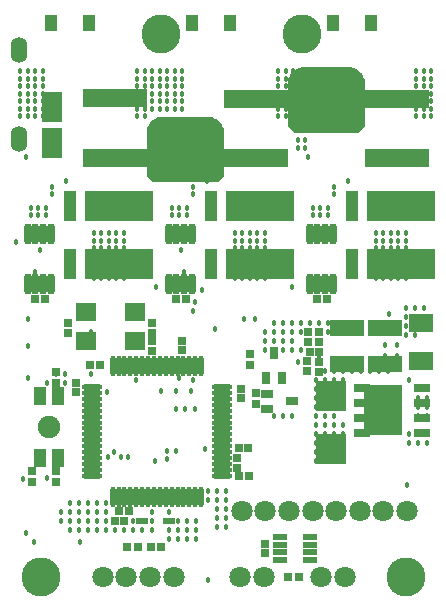
<source format=gbs>
G04 Layer_Color=16711935*
%FSAX25Y25*%
%MOIN*%
G70*
G01*
G75*
%ADD48C,0.07480*%
%ADD83R,0.02572X0.02965*%
%ADD84R,0.02965X0.02572*%
%ADD87R,0.02847X0.02847*%
%ADD100R,0.02847X0.02847*%
%ADD113O,0.05524X0.08674*%
%ADD114C,0.13005*%
%ADD115C,0.07100*%
%ADD116C,0.01800*%
%ADD117R,0.04567X0.02402*%
%ADD118R,0.21666X0.06115*%
%ADD119R,0.04147X0.02572*%
%ADD120R,0.02572X0.04147*%
%ADD121R,0.05501X0.03005*%
%ADD122R,0.11430X0.05328*%
%ADD123R,0.08280X0.06115*%
%ADD124R,0.06902X0.10249*%
%ADD125R,0.04383X0.05603*%
%ADD126O,0.02572X0.07099*%
%ADD127R,0.22847X0.10406*%
%ADD128R,0.04304X0.10406*%
%ADD129R,0.07100X0.06300*%
%ADD130O,0.06902X0.01784*%
%ADD131O,0.01784X0.06902*%
%ADD132R,0.04147X0.02375*%
%ADD133R,0.09855X0.09855*%
%ADD134R,0.03950X0.06312*%
%ADD135R,0.12800X0.16800*%
G36*
X0579199Y0375401D02*
X0594199Y0375401D01*
X0594200Y0375401D01*
X0594692Y0375401D01*
X0594705Y0375400D01*
X0594718D01*
X0594731Y0375398D01*
X0594744Y0375397D01*
X0594757Y0375395D01*
X0594770Y0375393D01*
X0595736Y0375201D01*
X0595748Y0375198D01*
X0595761Y0375195D01*
X0595774Y0375191D01*
X0595786Y0375187D01*
X0595798Y0375182D01*
X0595811Y0375178D01*
X0596721Y0374801D01*
X0596733Y0374796D01*
X0596745Y0374791D01*
X0596756Y0374784D01*
X0596768Y0374778D01*
X0596779Y0374771D01*
X0596790Y0374764D01*
X0597609Y0374217D01*
X0597620Y0374209D01*
X0597631Y0374202D01*
X0597640Y0374193D01*
X0597651Y0374185D01*
X0597660Y0374176D01*
X0597670Y0374167D01*
X0598366Y0373471D01*
X0598375Y0373461D01*
X0598384Y0373452D01*
X0598392Y0373441D01*
X0598401Y0373431D01*
X0598408Y0373421D01*
X0598416Y0373410D01*
X0598963Y0372591D01*
X0598970Y0372580D01*
X0598977Y0372569D01*
X0598983Y0372557D01*
X0598990Y0372546D01*
X0598995Y0372534D01*
X0599000Y0372522D01*
X0599377Y0371612D01*
X0599382Y0371599D01*
X0599387Y0371587D01*
X0599390Y0371575D01*
X0599394Y0371562D01*
X0599397Y0371549D01*
X0599400Y0371537D01*
X0599592Y0370571D01*
X0599594Y0370558D01*
X0599597Y0370545D01*
X0599597Y0370532D01*
X0599599Y0370519D01*
Y0370506D01*
X0599600Y0370493D01*
X0599600Y0370000D01*
X0599600Y0356000D01*
X0599597Y0355948D01*
X0599586Y0355896D01*
X0599570Y0355847D01*
X0599546Y0355800D01*
X0599517Y0355756D01*
X0599483Y0355717D01*
X0597483Y0353717D01*
X0597443Y0353682D01*
X0597400Y0353653D01*
X0597353Y0353630D01*
X0597303Y0353613D01*
X0597252Y0353603D01*
X0597199Y0353599D01*
X0576199D01*
X0576147Y0353603D01*
X0576095Y0353613D01*
X0576046Y0353630D01*
X0575999Y0353653D01*
X0575955Y0353682D01*
X0575916Y0353717D01*
X0573916Y0355716D01*
X0573881Y0355756D01*
X0573852Y0355800D01*
X0573829Y0355847D01*
X0573812Y0355896D01*
X0573802Y0355948D01*
X0573798Y0356000D01*
X0573798Y0370000D01*
D01*
X0573798Y0370492D01*
X0573799Y0370505D01*
Y0370519D01*
X0573801Y0370532D01*
X0573802Y0370545D01*
X0573804Y0370558D01*
X0573806Y0370571D01*
X0573998Y0371537D01*
X0574001Y0371549D01*
X0574004Y0371562D01*
X0574008Y0371575D01*
X0574012Y0371587D01*
X0574017Y0371599D01*
X0574021Y0371612D01*
X0574398Y0372522D01*
X0574403Y0372534D01*
X0574409Y0372546D01*
X0574415Y0372557D01*
X0574421Y0372569D01*
X0574428Y0372580D01*
X0574435Y0372591D01*
X0574982Y0373410D01*
X0574990Y0373421D01*
X0574997Y0373431D01*
X0575006Y0373441D01*
X0575014Y0373452D01*
X0575023Y0373461D01*
X0575032Y0373471D01*
X0575728Y0374167D01*
X0575738Y0374176D01*
X0575747Y0374185D01*
X0575758Y0374193D01*
X0575768Y0374202D01*
X0575778Y0374209D01*
X0575789Y0374217D01*
X0576608Y0374764D01*
X0576619Y0374771D01*
X0576630Y0374778D01*
X0576642Y0374784D01*
X0576653Y0374791D01*
X0576665Y0374796D01*
X0576677Y0374801D01*
X0577587Y0375178D01*
X0577600Y0375183D01*
X0577612Y0375187D01*
X0577625Y0375191D01*
X0577637Y0375195D01*
X0577650Y0375198D01*
X0577662Y0375201D01*
X0578628Y0375393D01*
X0578642Y0375395D01*
X0578654Y0375397D01*
X0578667Y0375398D01*
X0578680Y0375400D01*
X0578693D01*
X0578707Y0375401D01*
X0579199Y0375401D01*
D02*
G37*
G36*
X0626199Y0391901D02*
X0641199Y0391901D01*
X0641200Y0391901D01*
X0641692Y0391901D01*
X0641705Y0391900D01*
X0641718D01*
X0641731Y0391898D01*
X0641744Y0391897D01*
X0641757Y0391895D01*
X0641770Y0391893D01*
X0642736Y0391701D01*
X0642748Y0391698D01*
X0642761Y0391695D01*
X0642774Y0391691D01*
X0642786Y0391687D01*
X0642799Y0391682D01*
X0642811Y0391678D01*
X0643721Y0391301D01*
X0643733Y0391295D01*
X0643745Y0391290D01*
X0643756Y0391284D01*
X0643768Y0391278D01*
X0643779Y0391271D01*
X0643790Y0391264D01*
X0644609Y0390717D01*
X0644620Y0390709D01*
X0644630Y0390702D01*
X0644640Y0390693D01*
X0644651Y0390685D01*
X0644660Y0390676D01*
X0644670Y0390667D01*
X0645366Y0389971D01*
X0645375Y0389961D01*
X0645384Y0389952D01*
X0645392Y0389941D01*
X0645401Y0389931D01*
X0645408Y0389920D01*
X0645416Y0389910D01*
X0645963Y0389091D01*
X0645970Y0389080D01*
X0645977Y0389069D01*
X0645983Y0389057D01*
X0645990Y0389046D01*
X0645995Y0389034D01*
X0646000Y0389022D01*
X0646377Y0388112D01*
X0646382Y0388099D01*
X0646387Y0388087D01*
X0646390Y0388075D01*
X0646394Y0388062D01*
X0646397Y0388049D01*
X0646400Y0388037D01*
X0646592Y0387071D01*
X0646594Y0387058D01*
X0646596Y0387045D01*
X0646597Y0387032D01*
X0646599Y0387019D01*
Y0387006D01*
X0646600Y0386992D01*
X0646600Y0386500D01*
X0646600Y0372500D01*
X0646597Y0372448D01*
X0646586Y0372396D01*
X0646569Y0372347D01*
X0646546Y0372300D01*
X0646517Y0372256D01*
X0646483Y0372217D01*
X0644483Y0370217D01*
X0644443Y0370182D01*
X0644400Y0370153D01*
X0644353Y0370130D01*
X0644303Y0370113D01*
X0644251Y0370103D01*
X0644199Y0370099D01*
X0623199D01*
X0623147Y0370103D01*
X0623095Y0370113D01*
X0623046Y0370130D01*
X0622999Y0370153D01*
X0622955Y0370182D01*
X0622916Y0370217D01*
X0620916Y0372217D01*
X0620881Y0372256D01*
X0620852Y0372300D01*
X0620829Y0372346D01*
X0620812Y0372396D01*
X0620802Y0372448D01*
X0620798Y0372500D01*
X0620798Y0386500D01*
D01*
X0620798Y0386992D01*
X0620799Y0387005D01*
Y0387019D01*
X0620801Y0387032D01*
X0620802Y0387045D01*
X0620804Y0387058D01*
X0620806Y0387071D01*
X0620998Y0388037D01*
X0621001Y0388049D01*
X0621004Y0388062D01*
X0621008Y0388075D01*
X0621012Y0388087D01*
X0621017Y0388099D01*
X0621021Y0388112D01*
X0621398Y0389022D01*
X0621404Y0389034D01*
X0621409Y0389046D01*
X0621415Y0389057D01*
X0621421Y0389069D01*
X0621428Y0389080D01*
X0621435Y0389091D01*
X0621982Y0389910D01*
X0621990Y0389920D01*
X0621997Y0389931D01*
X0622006Y0389941D01*
X0622014Y0389952D01*
X0622023Y0389961D01*
X0622032Y0389971D01*
X0622728Y0390667D01*
X0622738Y0390676D01*
X0622747Y0390685D01*
X0622758Y0390693D01*
X0622768Y0390702D01*
X0622779Y0390709D01*
X0622789Y0390717D01*
X0623608Y0391264D01*
X0623619Y0391271D01*
X0623630Y0391278D01*
X0623642Y0391284D01*
X0623653Y0391290D01*
X0623666Y0391296D01*
X0623677Y0391301D01*
X0624587Y0391678D01*
X0624600Y0391683D01*
X0624612Y0391687D01*
X0624624Y0391691D01*
X0624637Y0391695D01*
X0624650Y0391698D01*
X0624662Y0391701D01*
X0625628Y0391893D01*
X0625641Y0391895D01*
X0625654Y0391897D01*
X0625667Y0391898D01*
X0625680Y0391900D01*
X0625694D01*
X0625707Y0391901D01*
X0626199Y0391901D01*
D02*
G37*
D48*
X0541229Y0271970D02*
D03*
D83*
X0620927Y0222000D02*
D03*
X0624471D02*
D03*
X0567199Y0232000D02*
D03*
X0570742D02*
D03*
X0575156D02*
D03*
X0578699D02*
D03*
D84*
X0610199Y0279728D02*
D03*
Y0283272D02*
D03*
X0608199Y0296272D02*
D03*
Y0292728D02*
D03*
X0631199Y0290203D02*
D03*
Y0293746D02*
D03*
Y0300203D02*
D03*
Y0303746D02*
D03*
X0627199Y0290500D02*
D03*
Y0294043D02*
D03*
X0535699Y0257272D02*
D03*
Y0253728D02*
D03*
X0543699Y0257272D02*
D03*
Y0253728D02*
D03*
Y0286728D02*
D03*
Y0290272D02*
D03*
D87*
X0627699Y0300400D02*
D03*
Y0303549D02*
D03*
X0613199Y0233075D02*
D03*
Y0229925D02*
D03*
X0605199Y0284650D02*
D03*
Y0281500D02*
D03*
X0550199Y0283500D02*
D03*
Y0286650D02*
D03*
X0575699Y0303425D02*
D03*
Y0306575D02*
D03*
X0547699Y0306575D02*
D03*
Y0303425D02*
D03*
X0604000Y0261575D02*
D03*
Y0258425D02*
D03*
X0575699Y0297425D02*
D03*
Y0300575D02*
D03*
X0585699Y0297500D02*
D03*
Y0300650D02*
D03*
D100*
X0631274Y0296974D02*
D03*
X0628124D02*
D03*
X0604425Y0265000D02*
D03*
X0607575D02*
D03*
X0607774Y0255500D02*
D03*
X0604624D02*
D03*
X0566274Y0240500D02*
D03*
X0563124D02*
D03*
X0555050Y0292500D02*
D03*
X0558199D02*
D03*
X0536624Y0314500D02*
D03*
X0539774D02*
D03*
X0567774Y0244000D02*
D03*
X0564624D02*
D03*
X0583624Y0314500D02*
D03*
X0586774D02*
D03*
X0630624D02*
D03*
X0633774D02*
D03*
D113*
X0531199Y0368000D02*
D03*
Y0397528D02*
D03*
D114*
X0578699Y0403000D02*
D03*
X0625699D02*
D03*
X0660199Y0222000D02*
D03*
X0538699D02*
D03*
D115*
X0639937D02*
D03*
X0632063D02*
D03*
X0605063D02*
D03*
X0612937D02*
D03*
X0559189D02*
D03*
X0567063D02*
D03*
X0574937D02*
D03*
X0582837D02*
D03*
X0644811Y0244000D02*
D03*
X0605441D02*
D03*
X0613315D02*
D03*
X0621189D02*
D03*
X0629089D02*
D03*
X0636989D02*
D03*
X0652685D02*
D03*
X0660559D02*
D03*
D116*
X0610025Y0307951D02*
D03*
X0606364Y0308000D02*
D03*
X0589199Y0352000D02*
D03*
X0616199Y0275500D02*
D03*
X0619199D02*
D03*
X0622199D02*
D03*
X0613199Y0297500D02*
D03*
Y0300500D02*
D03*
Y0303500D02*
D03*
X0624199Y0293500D02*
D03*
X0622199Y0297500D02*
D03*
X0619199D02*
D03*
X0616199Y0300500D02*
D03*
X0619199D02*
D03*
X0580699Y0261376D02*
D03*
Y0264000D02*
D03*
X0663699Y0390500D02*
D03*
Y0388000D02*
D03*
Y0385500D02*
D03*
Y0383000D02*
D03*
Y0378000D02*
D03*
Y0375500D02*
D03*
Y0380500D02*
D03*
X0668699Y0388000D02*
D03*
Y0380500D02*
D03*
X0666199D02*
D03*
Y0375500D02*
D03*
X0668699D02*
D03*
Y0378000D02*
D03*
X0666199D02*
D03*
Y0383000D02*
D03*
X0668699D02*
D03*
Y0385500D02*
D03*
X0666199D02*
D03*
Y0388000D02*
D03*
Y0390500D02*
D03*
X0668699D02*
D03*
X0578699Y0232000D02*
D03*
X0570742D02*
D03*
X0594199Y0250500D02*
D03*
Y0247500D02*
D03*
X0536199Y0233500D02*
D03*
X0614046Y0283059D02*
D03*
X0613719Y0288437D02*
D03*
X0610199Y0283272D02*
D03*
X0596699Y0304500D02*
D03*
X0594199Y0221000D02*
D03*
X0660699Y0252500D02*
D03*
X0533427Y0236500D02*
D03*
X0534199Y0288200D02*
D03*
Y0299000D02*
D03*
X0573199Y0375500D02*
D03*
X0570699D02*
D03*
X0622699Y0373000D02*
D03*
X0625199D02*
D03*
X0627699D02*
D03*
X0630199D02*
D03*
X0632699D02*
D03*
X0539199Y0390500D02*
D03*
X0536699D02*
D03*
X0534199D02*
D03*
Y0388000D02*
D03*
X0539199D02*
D03*
X0534199Y0385500D02*
D03*
X0536699D02*
D03*
X0539199D02*
D03*
Y0383000D02*
D03*
X0536699D02*
D03*
X0534199D02*
D03*
X0539199Y0380500D02*
D03*
X0534199Y0378000D02*
D03*
X0536699D02*
D03*
X0539199D02*
D03*
Y0375500D02*
D03*
X0536699D02*
D03*
X0534199D02*
D03*
Y0380500D02*
D03*
X0536699D02*
D03*
Y0388000D02*
D03*
X0531699Y0380500D02*
D03*
Y0375500D02*
D03*
Y0378000D02*
D03*
Y0383000D02*
D03*
Y0385500D02*
D03*
Y0388000D02*
D03*
Y0390500D02*
D03*
X0579699Y0372500D02*
D03*
X0577199D02*
D03*
X0627699Y0390500D02*
D03*
X0632699D02*
D03*
X0630199D02*
D03*
X0625199D02*
D03*
X0622699D02*
D03*
X0620199D02*
D03*
X0617699D02*
D03*
X0570699D02*
D03*
X0573199D02*
D03*
X0575699D02*
D03*
X0585699D02*
D03*
X0583199D02*
D03*
X0580699D02*
D03*
X0578199D02*
D03*
X0625199Y0375500D02*
D03*
Y0378000D02*
D03*
X0627699Y0375500D02*
D03*
Y0378000D02*
D03*
X0630199Y0375500D02*
D03*
Y0378000D02*
D03*
X0622699Y0375500D02*
D03*
Y0378000D02*
D03*
X0620199D02*
D03*
Y0375500D02*
D03*
X0632699D02*
D03*
Y0378000D02*
D03*
X0617699Y0375500D02*
D03*
Y0378000D02*
D03*
Y0380500D02*
D03*
X0620199D02*
D03*
X0622699D02*
D03*
X0625199D02*
D03*
X0627699D02*
D03*
X0630199D02*
D03*
X0632699D02*
D03*
Y0383000D02*
D03*
X0630199D02*
D03*
X0627699D02*
D03*
X0622699D02*
D03*
X0620199D02*
D03*
X0617699D02*
D03*
Y0385500D02*
D03*
X0620199D02*
D03*
X0625199D02*
D03*
X0627699D02*
D03*
X0630199D02*
D03*
X0632699D02*
D03*
X0617699Y0388000D02*
D03*
X0620199D02*
D03*
X0622699D02*
D03*
X0625199D02*
D03*
X0627699D02*
D03*
X0630199D02*
D03*
X0622699Y0385500D02*
D03*
X0632699Y0388000D02*
D03*
X0625199Y0383000D02*
D03*
X0578199Y0378000D02*
D03*
X0580699D02*
D03*
X0583199D02*
D03*
X0575699D02*
D03*
X0573199D02*
D03*
X0585699D02*
D03*
X0570699D02*
D03*
Y0380500D02*
D03*
X0573199D02*
D03*
X0575699D02*
D03*
X0578199D02*
D03*
X0580699D02*
D03*
X0583199D02*
D03*
X0585699D02*
D03*
Y0383000D02*
D03*
X0583199D02*
D03*
X0580699D02*
D03*
X0578199D02*
D03*
X0575699D02*
D03*
X0573199D02*
D03*
X0570699D02*
D03*
Y0385500D02*
D03*
X0573199D02*
D03*
X0578199D02*
D03*
X0580699D02*
D03*
X0583199D02*
D03*
X0585699D02*
D03*
X0570699Y0388000D02*
D03*
X0573199D02*
D03*
X0575699D02*
D03*
X0578199D02*
D03*
X0580699D02*
D03*
X0583199D02*
D03*
X0585699D02*
D03*
X0575699Y0385500D02*
D03*
X0542199Y0352000D02*
D03*
Y0349500D02*
D03*
X0636199Y0352000D02*
D03*
Y0349500D02*
D03*
X0589199D02*
D03*
X0579699Y0370000D02*
D03*
X0577199D02*
D03*
Y0367500D02*
D03*
X0579699D02*
D03*
X0577199Y0365000D02*
D03*
X0579699D02*
D03*
X0626699D02*
D03*
X0624199D02*
D03*
X0626699Y0367500D02*
D03*
X0624199D02*
D03*
X0648573Y0405000D02*
D03*
Y0408000D02*
D03*
X0601573Y0405000D02*
D03*
Y0408000D02*
D03*
X0554573Y0405000D02*
D03*
Y0408000D02*
D03*
X0635699Y0405000D02*
D03*
Y0408000D02*
D03*
X0588699Y0405000D02*
D03*
Y0408000D02*
D03*
X0541699D02*
D03*
Y0405000D02*
D03*
X0613199Y0230000D02*
D03*
Y0233000D02*
D03*
X0546756Y0354000D02*
D03*
X0657168Y0295532D02*
D03*
X0653231D02*
D03*
X0657168Y0299468D02*
D03*
X0653231D02*
D03*
X0580471Y0362000D02*
D03*
X0593955Y0354000D02*
D03*
X0640955D02*
D03*
X0533471Y0362000D02*
D03*
X0627471D02*
D03*
X0597199Y0244500D02*
D03*
X0600199D02*
D03*
Y0241500D02*
D03*
Y0238500D02*
D03*
X0597199D02*
D03*
Y0241500D02*
D03*
Y0247500D02*
D03*
X0600199D02*
D03*
X0557199Y0237500D02*
D03*
X0554199D02*
D03*
Y0240500D02*
D03*
X0563199Y0237500D02*
D03*
X0569199Y0240500D02*
D03*
X0572199D02*
D03*
X0560199Y0243500D02*
D03*
Y0246500D02*
D03*
X0557199D02*
D03*
X0584199Y0237500D02*
D03*
X0587199D02*
D03*
X0590199D02*
D03*
X0636199Y0260500D02*
D03*
X0639199D02*
D03*
Y0263500D02*
D03*
X0636199Y0272500D02*
D03*
X0639199D02*
D03*
X0633199D02*
D03*
X0630199D02*
D03*
X0639199Y0269500D02*
D03*
X0636199D02*
D03*
X0633199D02*
D03*
X0630199D02*
D03*
Y0266500D02*
D03*
X0633199D02*
D03*
X0636199D02*
D03*
X0639199D02*
D03*
X0636199Y0263642D02*
D03*
X0633199Y0263500D02*
D03*
X0630199D02*
D03*
X0657199Y0284574D02*
D03*
X0630199Y0275500D02*
D03*
X0633199D02*
D03*
X0636199D02*
D03*
X0630199Y0278500D02*
D03*
X0633199D02*
D03*
X0636199D02*
D03*
X0639199D02*
D03*
Y0281500D02*
D03*
X0630199D02*
D03*
X0633199D02*
D03*
X0636199D02*
D03*
X0630199Y0284500D02*
D03*
X0633199D02*
D03*
X0636199D02*
D03*
X0639199D02*
D03*
Y0287500D02*
D03*
X0636199D02*
D03*
X0630199D02*
D03*
X0633199Y0290500D02*
D03*
X0636199D02*
D03*
X0639199D02*
D03*
X0642199D02*
D03*
X0645199D02*
D03*
X0648199D02*
D03*
X0651199D02*
D03*
X0654199D02*
D03*
X0636199Y0293500D02*
D03*
X0639199D02*
D03*
X0642199D02*
D03*
X0633199Y0287500D02*
D03*
X0660199Y0311500D02*
D03*
X0663199D02*
D03*
X0666199D02*
D03*
X0660199Y0308500D02*
D03*
X0663199D02*
D03*
X0660199Y0305500D02*
D03*
Y0302500D02*
D03*
X0663199D02*
D03*
X0664199Y0284500D02*
D03*
X0667199D02*
D03*
Y0281500D02*
D03*
X0664199D02*
D03*
Y0278500D02*
D03*
X0667199D02*
D03*
Y0275500D02*
D03*
X0664199D02*
D03*
Y0266500D02*
D03*
X0667199D02*
D03*
X0616199Y0306500D02*
D03*
X0619199D02*
D03*
X0622199D02*
D03*
X0625199D02*
D03*
Y0303500D02*
D03*
X0622199D02*
D03*
X0619199D02*
D03*
X0616199D02*
D03*
X0622199Y0300500D02*
D03*
X0625199Y0297500D02*
D03*
X0661199Y0287500D02*
D03*
Y0266500D02*
D03*
Y0269500D02*
D03*
X0631346Y0295647D02*
D03*
X0628199Y0303500D02*
D03*
Y0306500D02*
D03*
X0631199D02*
D03*
Y0303500D02*
D03*
X0634199D02*
D03*
Y0306500D02*
D03*
X0637199D02*
D03*
Y0303500D02*
D03*
X0654443Y0309500D02*
D03*
X0530199Y0333500D02*
D03*
X0583699Y0284000D02*
D03*
X0588699D02*
D03*
X0593199Y0264500D02*
D03*
X0622199Y0318500D02*
D03*
X0578699Y0284000D02*
D03*
X0589795Y0277904D02*
D03*
X0586699Y0278000D02*
D03*
X0583699D02*
D03*
X0584199Y0240500D02*
D03*
X0587199D02*
D03*
X0590199D02*
D03*
X0572199Y0237500D02*
D03*
X0566199D02*
D03*
X0569199D02*
D03*
X0551199Y0240500D02*
D03*
Y0237500D02*
D03*
X0575156Y0232000D02*
D03*
X0567199D02*
D03*
X0560199Y0237500D02*
D03*
Y0240500D02*
D03*
X0557199D02*
D03*
Y0243500D02*
D03*
X0554199D02*
D03*
Y0246500D02*
D03*
X0551199Y0243500D02*
D03*
X0551699Y0233500D02*
D03*
X0548199Y0237500D02*
D03*
X0551199Y0246500D02*
D03*
X0545199Y0240500D02*
D03*
X0548199Y0243500D02*
D03*
Y0240500D02*
D03*
X0540599Y0254900D02*
D03*
X0560999Y0262100D02*
D03*
X0565099Y0262000D02*
D03*
X0567699D02*
D03*
X0562999Y0263777D02*
D03*
X0581199Y0237500D02*
D03*
X0575699Y0240500D02*
D03*
Y0243500D02*
D03*
X0581199Y0240500D02*
D03*
X0563199D02*
D03*
X0605199Y0284650D02*
D03*
Y0281500D02*
D03*
X0604000Y0261575D02*
D03*
X0604624Y0255500D02*
D03*
X0607774D02*
D03*
X0597199Y0250500D02*
D03*
X0600199D02*
D03*
X0585224Y0331050D02*
D03*
X0538224D02*
D03*
X0535199Y0345000D02*
D03*
X0537699D02*
D03*
X0540199D02*
D03*
Y0342500D02*
D03*
X0537699D02*
D03*
X0535199D02*
D03*
X0582199Y0345000D02*
D03*
X0584699D02*
D03*
X0587199D02*
D03*
Y0342500D02*
D03*
X0584699D02*
D03*
X0582199D02*
D03*
X0634199Y0345000D02*
D03*
Y0342500D02*
D03*
X0631699D02*
D03*
X0650199Y0336500D02*
D03*
X0652699D02*
D03*
X0655199D02*
D03*
X0657699D02*
D03*
X0660199D02*
D03*
X0652699Y0334000D02*
D03*
X0655199D02*
D03*
X0657699D02*
D03*
X0660199D02*
D03*
Y0331500D02*
D03*
X0657699D02*
D03*
X0652699D02*
D03*
X0650199D02*
D03*
Y0329000D02*
D03*
Y0321500D02*
D03*
Y0324000D02*
D03*
X0652699Y0329000D02*
D03*
Y0326500D02*
D03*
Y0324000D02*
D03*
Y0321500D02*
D03*
X0655199D02*
D03*
X0657699D02*
D03*
X0660199D02*
D03*
Y0329000D02*
D03*
Y0326500D02*
D03*
Y0324000D02*
D03*
X0657699D02*
D03*
X0655199D02*
D03*
Y0326500D02*
D03*
X0657699Y0329000D02*
D03*
Y0326500D02*
D03*
X0650199D02*
D03*
X0655199Y0329000D02*
D03*
Y0331500D02*
D03*
X0650199Y0334000D02*
D03*
X0576928Y0318728D02*
D03*
X0565699Y0347500D02*
D03*
X0563199D02*
D03*
X0560699D02*
D03*
X0558199D02*
D03*
X0555699D02*
D03*
X0565699Y0345000D02*
D03*
Y0342500D02*
D03*
X0612699D02*
D03*
Y0345000D02*
D03*
X0602699Y0347500D02*
D03*
X0605199D02*
D03*
X0607699D02*
D03*
X0610199D02*
D03*
X0612699D02*
D03*
X0659699Y0342500D02*
D03*
Y0345000D02*
D03*
X0649699Y0347500D02*
D03*
X0652199D02*
D03*
X0654699D02*
D03*
X0657199D02*
D03*
X0659699D02*
D03*
X0536624Y0314500D02*
D03*
X0592199Y0317500D02*
D03*
X0589199Y0310500D02*
D03*
X0589971Y0313500D02*
D03*
X0607575Y0265000D02*
D03*
X0585199Y0297500D02*
D03*
Y0300500D02*
D03*
X0589199Y0287500D02*
D03*
X0584499Y0288293D02*
D03*
X0581199Y0243500D02*
D03*
X0575699Y0237500D02*
D03*
X0560699Y0283500D02*
D03*
X0558199Y0292500D02*
D03*
X0555199Y0289500D02*
D03*
Y0298500D02*
D03*
Y0301000D02*
D03*
Y0303500D02*
D03*
X0575699Y0300575D02*
D03*
X0567199Y0309000D02*
D03*
X0569699D02*
D03*
X0572199D02*
D03*
X0608199Y0296272D02*
D03*
X0603199Y0334000D02*
D03*
X0608199Y0331500D02*
D03*
Y0329000D02*
D03*
X0603199Y0326500D02*
D03*
X0610699D02*
D03*
Y0329000D02*
D03*
X0608199Y0326500D02*
D03*
Y0324000D02*
D03*
X0610699D02*
D03*
X0613199D02*
D03*
Y0326500D02*
D03*
Y0329000D02*
D03*
Y0321500D02*
D03*
X0610699D02*
D03*
X0608199D02*
D03*
X0605699D02*
D03*
Y0324000D02*
D03*
Y0326500D02*
D03*
Y0329000D02*
D03*
X0603199Y0324000D02*
D03*
Y0321500D02*
D03*
Y0329000D02*
D03*
Y0331500D02*
D03*
X0605699D02*
D03*
X0610699D02*
D03*
X0613199D02*
D03*
Y0334000D02*
D03*
X0610699D02*
D03*
X0608199D02*
D03*
X0605699D02*
D03*
X0613199Y0336500D02*
D03*
X0610699D02*
D03*
X0608199D02*
D03*
X0605699D02*
D03*
X0603199D02*
D03*
X0556199Y0334000D02*
D03*
X0561199Y0331500D02*
D03*
Y0329000D02*
D03*
X0556199Y0326500D02*
D03*
X0563699D02*
D03*
Y0329000D02*
D03*
X0561199Y0326500D02*
D03*
Y0324000D02*
D03*
X0563699D02*
D03*
X0566199D02*
D03*
Y0326500D02*
D03*
Y0329000D02*
D03*
Y0321500D02*
D03*
X0563699D02*
D03*
X0561199D02*
D03*
X0558699D02*
D03*
Y0324000D02*
D03*
Y0326500D02*
D03*
Y0329000D02*
D03*
X0556199Y0324000D02*
D03*
Y0321500D02*
D03*
Y0329000D02*
D03*
Y0331500D02*
D03*
X0558699D02*
D03*
X0563699D02*
D03*
X0566199D02*
D03*
Y0334000D02*
D03*
X0563699D02*
D03*
X0561199D02*
D03*
X0558699D02*
D03*
X0566199Y0336500D02*
D03*
X0563699D02*
D03*
X0561199D02*
D03*
X0558699D02*
D03*
X0556199D02*
D03*
X0630199Y0260500D02*
D03*
X0633199D02*
D03*
X0539774Y0314500D02*
D03*
X0570199Y0287500D02*
D03*
X0631699Y0345000D02*
D03*
X0629199D02*
D03*
Y0342500D02*
D03*
X0645199Y0293500D02*
D03*
X0648199D02*
D03*
X0583699Y0264000D02*
D03*
X0576499Y0260500D02*
D03*
X0581199Y0234500D02*
D03*
X0584199D02*
D03*
X0587199D02*
D03*
X0590199D02*
D03*
X0534199Y0308000D02*
D03*
X0586199Y0323500D02*
D03*
X0536699D02*
D03*
X0546653Y0286576D02*
D03*
X0546699Y0289500D02*
D03*
X0543699D02*
D03*
X0545199Y0243500D02*
D03*
X0548199Y0246500D02*
D03*
X0532699Y0254500D02*
D03*
X0540699Y0286500D02*
D03*
D117*
X0618081Y0227661D02*
D03*
Y0230221D02*
D03*
Y0232780D02*
D03*
X0628317D02*
D03*
Y0230221D02*
D03*
Y0227661D02*
D03*
Y0235339D02*
D03*
X0618081D02*
D03*
D118*
X0563199Y0381500D02*
D03*
Y0361618D02*
D03*
X0610199Y0381441D02*
D03*
Y0361559D02*
D03*
X0657199Y0381441D02*
D03*
Y0361559D02*
D03*
D119*
X0614046Y0277941D02*
D03*
Y0283059D02*
D03*
X0622353Y0280500D02*
D03*
D120*
X0618837Y0288347D02*
D03*
X0613719D02*
D03*
X0616278Y0296654D02*
D03*
D121*
X0665601Y0285000D02*
D03*
Y0280000D02*
D03*
Y0275000D02*
D03*
Y0270000D02*
D03*
X0645699Y0285000D02*
D03*
Y0280000D02*
D03*
Y0275000D02*
D03*
Y0270000D02*
D03*
D122*
X0640699Y0293094D02*
D03*
Y0304906D02*
D03*
X0653199Y0293094D02*
D03*
Y0304906D02*
D03*
D123*
X0665199Y0306500D02*
D03*
Y0293902D02*
D03*
D124*
X0542199Y0366500D02*
D03*
Y0378508D02*
D03*
D125*
X0648636Y0406500D02*
D03*
X0635762D02*
D03*
X0601636D02*
D03*
X0588762D02*
D03*
X0554636D02*
D03*
X0541762D02*
D03*
D126*
X0588839Y0319535D02*
D03*
X0586279D02*
D03*
X0583720D02*
D03*
X0581161D02*
D03*
X0588839Y0336465D02*
D03*
X0586279D02*
D03*
X0583720D02*
D03*
X0581161D02*
D03*
X0541839Y0319535D02*
D03*
X0539280D02*
D03*
X0536721D02*
D03*
X0534161D02*
D03*
X0541839Y0336465D02*
D03*
X0539280D02*
D03*
X0536721D02*
D03*
X0534161D02*
D03*
X0635839Y0319535D02*
D03*
X0633280D02*
D03*
X0630721D02*
D03*
X0628161D02*
D03*
X0635839Y0336465D02*
D03*
X0633280D02*
D03*
X0630721D02*
D03*
X0628161D02*
D03*
D127*
X0611504Y0326236D02*
D03*
Y0345764D02*
D03*
X0658504Y0326236D02*
D03*
Y0345764D02*
D03*
X0564504D02*
D03*
Y0326236D02*
D03*
D128*
X0595224Y0345764D02*
D03*
Y0326236D02*
D03*
X0642224Y0345764D02*
D03*
Y0326236D02*
D03*
X0548224D02*
D03*
Y0345764D02*
D03*
D129*
X0553549Y0310250D02*
D03*
X0569849D02*
D03*
Y0300750D02*
D03*
X0553549D02*
D03*
D130*
X0555447Y0285264D02*
D03*
Y0283295D02*
D03*
Y0281327D02*
D03*
Y0279358D02*
D03*
Y0277390D02*
D03*
Y0275421D02*
D03*
Y0273453D02*
D03*
Y0271484D02*
D03*
Y0269516D02*
D03*
Y0267547D02*
D03*
Y0265579D02*
D03*
Y0263610D02*
D03*
Y0261642D02*
D03*
Y0259673D02*
D03*
Y0257705D02*
D03*
Y0255736D02*
D03*
X0598951D02*
D03*
Y0257705D02*
D03*
Y0259673D02*
D03*
Y0261642D02*
D03*
Y0263610D02*
D03*
Y0265579D02*
D03*
Y0267547D02*
D03*
Y0269516D02*
D03*
Y0271484D02*
D03*
Y0273453D02*
D03*
Y0275421D02*
D03*
Y0277390D02*
D03*
Y0279358D02*
D03*
Y0281327D02*
D03*
Y0283295D02*
D03*
Y0285264D02*
D03*
D131*
X0562435Y0248748D02*
D03*
X0564404D02*
D03*
X0566372D02*
D03*
X0568341D02*
D03*
X0570309D02*
D03*
X0572278D02*
D03*
X0574246D02*
D03*
X0576215D02*
D03*
X0578183D02*
D03*
X0580152D02*
D03*
X0582120D02*
D03*
X0584089D02*
D03*
X0586057D02*
D03*
X0588026D02*
D03*
X0589994D02*
D03*
X0591963D02*
D03*
Y0292252D02*
D03*
X0589994D02*
D03*
X0588026D02*
D03*
X0586057D02*
D03*
X0584089D02*
D03*
X0582120D02*
D03*
X0580152D02*
D03*
X0578183D02*
D03*
X0576215D02*
D03*
X0574246D02*
D03*
X0572278D02*
D03*
X0570309D02*
D03*
X0568341D02*
D03*
X0566372D02*
D03*
X0564404D02*
D03*
X0562435D02*
D03*
D132*
X0581325Y0240500D02*
D03*
X0572073D02*
D03*
D133*
X0635199Y0282358D02*
D03*
Y0264642D02*
D03*
D134*
X0544094Y0261734D02*
D03*
X0538385D02*
D03*
X0544094Y0282206D02*
D03*
X0538385D02*
D03*
D135*
X0652650Y0277500D02*
D03*
M02*

</source>
